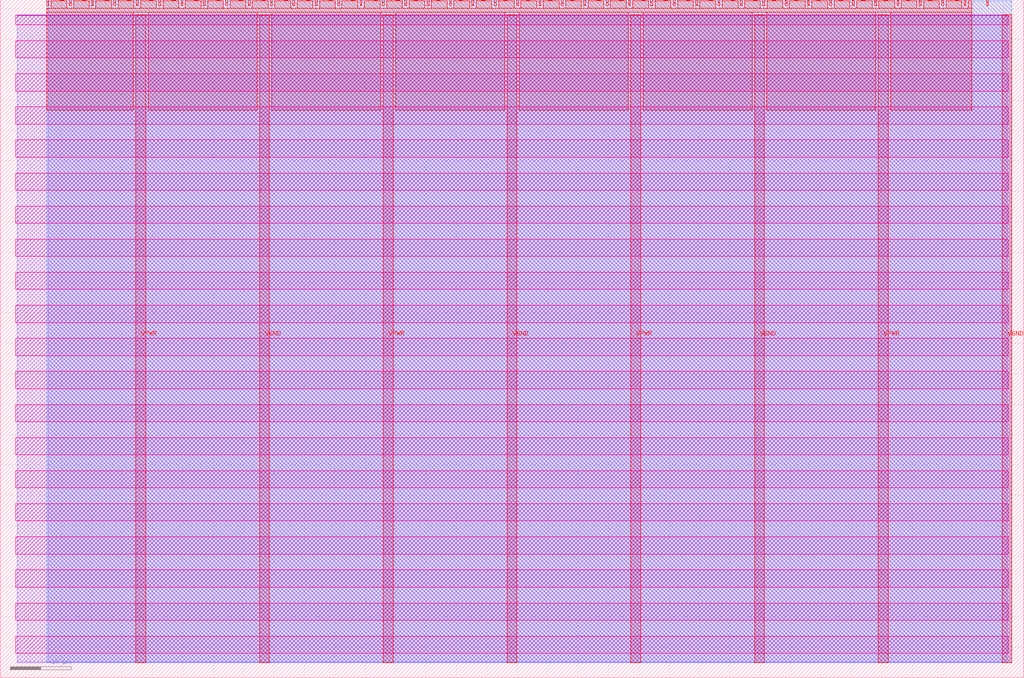
<source format=lef>
VERSION 5.7 ;
  NOWIREEXTENSIONATPIN ON ;
  DIVIDERCHAR "/" ;
  BUSBITCHARS "[]" ;
MACRO tt_um_rgb_mixer
  CLASS BLOCK ;
  FOREIGN tt_um_rgb_mixer ;
  ORIGIN 0.000 0.000 ;
  SIZE 168.360 BY 111.520 ;
  PIN VGND
    DIRECTION INOUT ;
    USE GROUND ;
    PORT
      LAYER met4 ;
        RECT 42.670 2.480 44.270 109.040 ;
    END
    PORT
      LAYER met4 ;
        RECT 83.380 2.480 84.980 109.040 ;
    END
    PORT
      LAYER met4 ;
        RECT 124.090 2.480 125.690 109.040 ;
    END
    PORT
      LAYER met4 ;
        RECT 164.800 2.480 166.400 109.040 ;
    END
  END VGND
  PIN VPWR
    DIRECTION INOUT ;
    USE POWER ;
    PORT
      LAYER met4 ;
        RECT 22.315 2.480 23.915 109.040 ;
    END
    PORT
      LAYER met4 ;
        RECT 63.025 2.480 64.625 109.040 ;
    END
    PORT
      LAYER met4 ;
        RECT 103.735 2.480 105.335 109.040 ;
    END
    PORT
      LAYER met4 ;
        RECT 144.445 2.480 146.045 109.040 ;
    END
  END VPWR
  PIN clk
    DIRECTION INPUT ;
    USE SIGNAL ;
    ANTENNAGATEAREA 0.852000 ;
    PORT
      LAYER met4 ;
        RECT 158.550 110.520 158.850 111.520 ;
    END
  END clk
  PIN ena
    DIRECTION INPUT ;
    USE SIGNAL ;
    PORT
      LAYER met4 ;
        RECT 162.230 110.520 162.530 111.520 ;
    END
  END ena
  PIN rst_n
    DIRECTION INPUT ;
    USE SIGNAL ;
    ANTENNAGATEAREA 0.213000 ;
    PORT
      LAYER met4 ;
        RECT 154.870 110.520 155.170 111.520 ;
    END
  END rst_n
  PIN ui_in[0]
    DIRECTION INPUT ;
    USE SIGNAL ;
    ANTENNAGATEAREA 0.196500 ;
    PORT
      LAYER met4 ;
        RECT 151.190 110.520 151.490 111.520 ;
    END
  END ui_in[0]
  PIN ui_in[1]
    DIRECTION INPUT ;
    USE SIGNAL ;
    ANTENNAGATEAREA 0.196500 ;
    PORT
      LAYER met4 ;
        RECT 147.510 110.520 147.810 111.520 ;
    END
  END ui_in[1]
  PIN ui_in[2]
    DIRECTION INPUT ;
    USE SIGNAL ;
    ANTENNAGATEAREA 0.196500 ;
    PORT
      LAYER met4 ;
        RECT 143.830 110.520 144.130 111.520 ;
    END
  END ui_in[2]
  PIN ui_in[3]
    DIRECTION INPUT ;
    USE SIGNAL ;
    ANTENNAGATEAREA 0.196500 ;
    PORT
      LAYER met4 ;
        RECT 140.150 110.520 140.450 111.520 ;
    END
  END ui_in[3]
  PIN ui_in[4]
    DIRECTION INPUT ;
    USE SIGNAL ;
    ANTENNAGATEAREA 0.196500 ;
    PORT
      LAYER met4 ;
        RECT 136.470 110.520 136.770 111.520 ;
    END
  END ui_in[4]
  PIN ui_in[5]
    DIRECTION INPUT ;
    USE SIGNAL ;
    ANTENNAGATEAREA 0.196500 ;
    PORT
      LAYER met4 ;
        RECT 132.790 110.520 133.090 111.520 ;
    END
  END ui_in[5]
  PIN ui_in[6]
    DIRECTION INPUT ;
    USE SIGNAL ;
    PORT
      LAYER met4 ;
        RECT 129.110 110.520 129.410 111.520 ;
    END
  END ui_in[6]
  PIN ui_in[7]
    DIRECTION INPUT ;
    USE SIGNAL ;
    PORT
      LAYER met4 ;
        RECT 125.430 110.520 125.730 111.520 ;
    END
  END ui_in[7]
  PIN uio_in[0]
    DIRECTION INPUT ;
    USE SIGNAL ;
    PORT
      LAYER met4 ;
        RECT 121.750 110.520 122.050 111.520 ;
    END
  END uio_in[0]
  PIN uio_in[1]
    DIRECTION INPUT ;
    USE SIGNAL ;
    PORT
      LAYER met4 ;
        RECT 118.070 110.520 118.370 111.520 ;
    END
  END uio_in[1]
  PIN uio_in[2]
    DIRECTION INPUT ;
    USE SIGNAL ;
    PORT
      LAYER met4 ;
        RECT 114.390 110.520 114.690 111.520 ;
    END
  END uio_in[2]
  PIN uio_in[3]
    DIRECTION INPUT ;
    USE SIGNAL ;
    PORT
      LAYER met4 ;
        RECT 110.710 110.520 111.010 111.520 ;
    END
  END uio_in[3]
  PIN uio_in[4]
    DIRECTION INPUT ;
    USE SIGNAL ;
    PORT
      LAYER met4 ;
        RECT 107.030 110.520 107.330 111.520 ;
    END
  END uio_in[4]
  PIN uio_in[5]
    DIRECTION INPUT ;
    USE SIGNAL ;
    PORT
      LAYER met4 ;
        RECT 103.350 110.520 103.650 111.520 ;
    END
  END uio_in[5]
  PIN uio_in[6]
    DIRECTION INPUT ;
    USE SIGNAL ;
    PORT
      LAYER met4 ;
        RECT 99.670 110.520 99.970 111.520 ;
    END
  END uio_in[6]
  PIN uio_in[7]
    DIRECTION INPUT ;
    USE SIGNAL ;
    PORT
      LAYER met4 ;
        RECT 95.990 110.520 96.290 111.520 ;
    END
  END uio_in[7]
  PIN uio_oe[0]
    DIRECTION OUTPUT TRISTATE ;
    USE SIGNAL ;
    PORT
      LAYER met4 ;
        RECT 33.430 110.520 33.730 111.520 ;
    END
  END uio_oe[0]
  PIN uio_oe[1]
    DIRECTION OUTPUT TRISTATE ;
    USE SIGNAL ;
    PORT
      LAYER met4 ;
        RECT 29.750 110.520 30.050 111.520 ;
    END
  END uio_oe[1]
  PIN uio_oe[2]
    DIRECTION OUTPUT TRISTATE ;
    USE SIGNAL ;
    PORT
      LAYER met4 ;
        RECT 26.070 110.520 26.370 111.520 ;
    END
  END uio_oe[2]
  PIN uio_oe[3]
    DIRECTION OUTPUT TRISTATE ;
    USE SIGNAL ;
    PORT
      LAYER met4 ;
        RECT 22.390 110.520 22.690 111.520 ;
    END
  END uio_oe[3]
  PIN uio_oe[4]
    DIRECTION OUTPUT TRISTATE ;
    USE SIGNAL ;
    PORT
      LAYER met4 ;
        RECT 18.710 110.520 19.010 111.520 ;
    END
  END uio_oe[4]
  PIN uio_oe[5]
    DIRECTION OUTPUT TRISTATE ;
    USE SIGNAL ;
    PORT
      LAYER met4 ;
        RECT 15.030 110.520 15.330 111.520 ;
    END
  END uio_oe[5]
  PIN uio_oe[6]
    DIRECTION OUTPUT TRISTATE ;
    USE SIGNAL ;
    PORT
      LAYER met4 ;
        RECT 11.350 110.520 11.650 111.520 ;
    END
  END uio_oe[6]
  PIN uio_oe[7]
    DIRECTION OUTPUT TRISTATE ;
    USE SIGNAL ;
    PORT
      LAYER met4 ;
        RECT 7.670 110.520 7.970 111.520 ;
    END
  END uio_oe[7]
  PIN uio_out[0]
    DIRECTION OUTPUT TRISTATE ;
    USE SIGNAL ;
    PORT
      LAYER met4 ;
        RECT 62.870 110.520 63.170 111.520 ;
    END
  END uio_out[0]
  PIN uio_out[1]
    DIRECTION OUTPUT TRISTATE ;
    USE SIGNAL ;
    PORT
      LAYER met4 ;
        RECT 59.190 110.520 59.490 111.520 ;
    END
  END uio_out[1]
  PIN uio_out[2]
    DIRECTION OUTPUT TRISTATE ;
    USE SIGNAL ;
    PORT
      LAYER met4 ;
        RECT 55.510 110.520 55.810 111.520 ;
    END
  END uio_out[2]
  PIN uio_out[3]
    DIRECTION OUTPUT TRISTATE ;
    USE SIGNAL ;
    PORT
      LAYER met4 ;
        RECT 51.830 110.520 52.130 111.520 ;
    END
  END uio_out[3]
  PIN uio_out[4]
    DIRECTION OUTPUT TRISTATE ;
    USE SIGNAL ;
    PORT
      LAYER met4 ;
        RECT 48.150 110.520 48.450 111.520 ;
    END
  END uio_out[4]
  PIN uio_out[5]
    DIRECTION OUTPUT TRISTATE ;
    USE SIGNAL ;
    PORT
      LAYER met4 ;
        RECT 44.470 110.520 44.770 111.520 ;
    END
  END uio_out[5]
  PIN uio_out[6]
    DIRECTION OUTPUT TRISTATE ;
    USE SIGNAL ;
    PORT
      LAYER met4 ;
        RECT 40.790 110.520 41.090 111.520 ;
    END
  END uio_out[6]
  PIN uio_out[7]
    DIRECTION OUTPUT TRISTATE ;
    USE SIGNAL ;
    PORT
      LAYER met4 ;
        RECT 37.110 110.520 37.410 111.520 ;
    END
  END uio_out[7]
  PIN uo_out[0]
    DIRECTION OUTPUT TRISTATE ;
    USE SIGNAL ;
    ANTENNADIFFAREA 0.445500 ;
    PORT
      LAYER met4 ;
        RECT 92.310 110.520 92.610 111.520 ;
    END
  END uo_out[0]
  PIN uo_out[1]
    DIRECTION OUTPUT TRISTATE ;
    USE SIGNAL ;
    ANTENNADIFFAREA 0.445500 ;
    PORT
      LAYER met4 ;
        RECT 88.630 110.520 88.930 111.520 ;
    END
  END uo_out[1]
  PIN uo_out[2]
    DIRECTION OUTPUT TRISTATE ;
    USE SIGNAL ;
    ANTENNADIFFAREA 0.795200 ;
    PORT
      LAYER met4 ;
        RECT 84.950 110.520 85.250 111.520 ;
    END
  END uo_out[2]
  PIN uo_out[3]
    DIRECTION OUTPUT TRISTATE ;
    USE SIGNAL ;
    PORT
      LAYER met4 ;
        RECT 81.270 110.520 81.570 111.520 ;
    END
  END uo_out[3]
  PIN uo_out[4]
    DIRECTION OUTPUT TRISTATE ;
    USE SIGNAL ;
    PORT
      LAYER met4 ;
        RECT 77.590 110.520 77.890 111.520 ;
    END
  END uo_out[4]
  PIN uo_out[5]
    DIRECTION OUTPUT TRISTATE ;
    USE SIGNAL ;
    PORT
      LAYER met4 ;
        RECT 73.910 110.520 74.210 111.520 ;
    END
  END uo_out[5]
  PIN uo_out[6]
    DIRECTION OUTPUT TRISTATE ;
    USE SIGNAL ;
    PORT
      LAYER met4 ;
        RECT 70.230 110.520 70.530 111.520 ;
    END
  END uo_out[6]
  PIN uo_out[7]
    DIRECTION OUTPUT TRISTATE ;
    USE SIGNAL ;
    PORT
      LAYER met4 ;
        RECT 66.550 110.520 66.850 111.520 ;
    END
  END uo_out[7]
  OBS
      LAYER nwell ;
        RECT 2.570 107.385 165.790 108.990 ;
        RECT 2.570 101.945 165.790 104.775 ;
        RECT 2.570 96.505 165.790 99.335 ;
        RECT 2.570 91.065 165.790 93.895 ;
        RECT 2.570 85.625 165.790 88.455 ;
        RECT 2.570 80.185 165.790 83.015 ;
        RECT 2.570 74.745 165.790 77.575 ;
        RECT 2.570 69.305 165.790 72.135 ;
        RECT 2.570 63.865 165.790 66.695 ;
        RECT 2.570 58.425 165.790 61.255 ;
        RECT 2.570 52.985 165.790 55.815 ;
        RECT 2.570 47.545 165.790 50.375 ;
        RECT 2.570 42.105 165.790 44.935 ;
        RECT 2.570 36.665 165.790 39.495 ;
        RECT 2.570 31.225 165.790 34.055 ;
        RECT 2.570 25.785 165.790 28.615 ;
        RECT 2.570 20.345 165.790 23.175 ;
        RECT 2.570 14.905 165.790 17.735 ;
        RECT 2.570 9.465 165.790 12.295 ;
        RECT 2.570 4.025 165.790 6.855 ;
      LAYER li1 ;
        RECT 2.760 2.635 165.600 108.885 ;
      LAYER met1 ;
        RECT 2.760 2.480 166.400 109.040 ;
      LAYER met2 ;
        RECT 7.910 2.535 166.370 111.365 ;
      LAYER met3 ;
        RECT 7.630 2.555 166.390 111.345 ;
      LAYER met4 ;
        RECT 8.370 110.120 10.950 111.345 ;
        RECT 12.050 110.120 14.630 111.345 ;
        RECT 15.730 110.120 18.310 111.345 ;
        RECT 19.410 110.120 21.990 111.345 ;
        RECT 23.090 110.120 25.670 111.345 ;
        RECT 26.770 110.120 29.350 111.345 ;
        RECT 30.450 110.120 33.030 111.345 ;
        RECT 34.130 110.120 36.710 111.345 ;
        RECT 37.810 110.120 40.390 111.345 ;
        RECT 41.490 110.120 44.070 111.345 ;
        RECT 45.170 110.120 47.750 111.345 ;
        RECT 48.850 110.120 51.430 111.345 ;
        RECT 52.530 110.120 55.110 111.345 ;
        RECT 56.210 110.120 58.790 111.345 ;
        RECT 59.890 110.120 62.470 111.345 ;
        RECT 63.570 110.120 66.150 111.345 ;
        RECT 67.250 110.120 69.830 111.345 ;
        RECT 70.930 110.120 73.510 111.345 ;
        RECT 74.610 110.120 77.190 111.345 ;
        RECT 78.290 110.120 80.870 111.345 ;
        RECT 81.970 110.120 84.550 111.345 ;
        RECT 85.650 110.120 88.230 111.345 ;
        RECT 89.330 110.120 91.910 111.345 ;
        RECT 93.010 110.120 95.590 111.345 ;
        RECT 96.690 110.120 99.270 111.345 ;
        RECT 100.370 110.120 102.950 111.345 ;
        RECT 104.050 110.120 106.630 111.345 ;
        RECT 107.730 110.120 110.310 111.345 ;
        RECT 111.410 110.120 113.990 111.345 ;
        RECT 115.090 110.120 117.670 111.345 ;
        RECT 118.770 110.120 121.350 111.345 ;
        RECT 122.450 110.120 125.030 111.345 ;
        RECT 126.130 110.120 128.710 111.345 ;
        RECT 129.810 110.120 132.390 111.345 ;
        RECT 133.490 110.120 136.070 111.345 ;
        RECT 137.170 110.120 139.750 111.345 ;
        RECT 140.850 110.120 143.430 111.345 ;
        RECT 144.530 110.120 147.110 111.345 ;
        RECT 148.210 110.120 150.790 111.345 ;
        RECT 151.890 110.120 154.470 111.345 ;
        RECT 155.570 110.120 158.150 111.345 ;
        RECT 159.250 110.120 159.770 111.345 ;
        RECT 7.655 109.440 159.770 110.120 ;
        RECT 7.655 93.350 21.915 109.440 ;
        RECT 24.315 93.350 42.270 109.440 ;
        RECT 44.670 93.350 62.625 109.440 ;
        RECT 65.025 93.350 82.980 109.440 ;
        RECT 85.380 93.350 103.335 109.440 ;
        RECT 105.735 93.350 123.690 109.440 ;
        RECT 126.090 93.350 144.045 109.440 ;
        RECT 146.445 93.350 159.770 109.440 ;
  END
END tt_um_rgb_mixer
END LIBRARY


</source>
